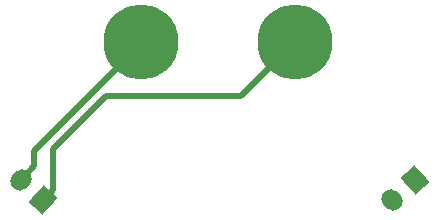
<source format=gbr>
%TF.GenerationSoftware,KiCad,Pcbnew,7.0.9-7.0.9~ubuntu22.04.1*%
%TF.CreationDate,2023-12-28T22:57:31-08:00*%
%TF.ProjectId,kraken-can-adapter,6b72616b-656e-42d6-9361-6e2d61646170,1*%
%TF.SameCoordinates,Original*%
%TF.FileFunction,Copper,L1,Top*%
%TF.FilePolarity,Positive*%
%FSLAX46Y46*%
G04 Gerber Fmt 4.6, Leading zero omitted, Abs format (unit mm)*
G04 Created by KiCad (PCBNEW 7.0.9-7.0.9~ubuntu22.04.1) date 2023-12-28 22:57:31*
%MOMM*%
%LPD*%
G01*
G04 APERTURE LIST*
G04 Aperture macros list*
%AMHorizOval*
0 Thick line with rounded ends*
0 $1 width*
0 $2 $3 position (X,Y) of the first rounded end (center of the circle)*
0 $4 $5 position (X,Y) of the second rounded end (center of the circle)*
0 Add line between two ends*
20,1,$1,$2,$3,$4,$5,0*
0 Add two circle primitives to create the rounded ends*
1,1,$1,$2,$3*
1,1,$1,$4,$5*%
%AMRotRect*
0 Rectangle, with rotation*
0 The origin of the aperture is its center*
0 $1 length*
0 $2 width*
0 $3 Rotation angle, in degrees counterclockwise*
0 Add horizontal line*
21,1,$1,$2,0,0,$3*%
G04 Aperture macros list end*
%TA.AperFunction,ComponentPad*%
%ADD10C,6.350000*%
%TD*%
%TA.AperFunction,ComponentPad*%
%ADD11RotRect,1.600200X1.905000X222.500000*%
%TD*%
%TA.AperFunction,ComponentPad*%
%ADD12HorizOval,1.600200X-0.102960X0.112361X0.102960X-0.112361X0*%
%TD*%
%TA.AperFunction,ComponentPad*%
%ADD13RotRect,1.600200X1.905000X137.500000*%
%TD*%
%TA.AperFunction,ComponentPad*%
%ADD14HorizOval,1.600200X0.102960X0.112361X-0.102960X-0.112361X0*%
%TD*%
%TA.AperFunction,Conductor*%
%ADD15C,0.508000*%
%TD*%
G04 APERTURE END LIST*
D10*
%TO.P,J4,1,Pin_1*%
%TO.N,/CAN_H*%
X99745307Y-110386204D03*
%TD*%
%TO.P,J3,1,Pin_1*%
%TO.N,/CAN_L*%
X112750107Y-110386204D03*
%TD*%
D11*
%TO.P,J1,1,Pin_1*%
%TO.N,/CAN_L*%
X122903191Y-122030605D03*
D12*
%TO.P,J1,2,Pin_2*%
%TO.N,/CAN_H*%
X121030507Y-123746604D03*
%TD*%
D13*
%TO.P,J2,1,Pin_1*%
%TO.N,/CAN_L*%
X91464907Y-123746604D03*
D14*
%TO.P,J2,2,Pin_2*%
%TO.N,/CAN_H*%
X89592223Y-122030605D03*
%TD*%
D15*
%TO.N,/CAN_L*%
X96816036Y-114932804D02*
X108203507Y-114932804D01*
X92329000Y-122882511D02*
X92329000Y-119419840D01*
X108203507Y-114932804D02*
X112750107Y-110386204D01*
X91464907Y-123746604D02*
X92329000Y-122882511D01*
X92329000Y-119419840D02*
X96816036Y-114932804D01*
%TO.N,/CAN_H*%
X89592223Y-122030605D02*
X90721024Y-120901804D01*
X90721024Y-119590976D02*
X99745307Y-110566693D01*
X90721024Y-120901804D02*
X90721024Y-119590976D01*
X99745307Y-110566693D02*
X99745307Y-110386204D01*
%TD*%
M02*

</source>
